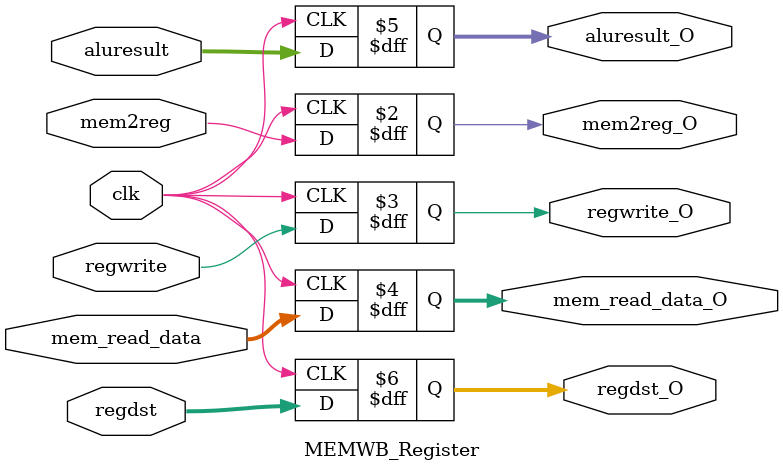
<source format=v>
`timescale 1ns / 1ps
module MEMWB_Register(
	input clk,
	input mem2reg,
	input regwrite,
	input [31:0] mem_read_data,
	input [31:0] aluresult,
	input [4:0] regdst,
	
	output reg mem2reg_O,
	output reg regwrite_O,
	output reg [31:0] mem_read_data_O,
	output reg [31:0] aluresult_O,
	output reg [4:0] regdst_O

);

always @ (posedge clk)
begin
	mem2reg_O <= mem2reg;
	regwrite_O <= regwrite;
	mem_read_data_O <= mem_read_data;
	aluresult_O <= aluresult;
	regdst_O <= regdst;
end

endmodule

</source>
